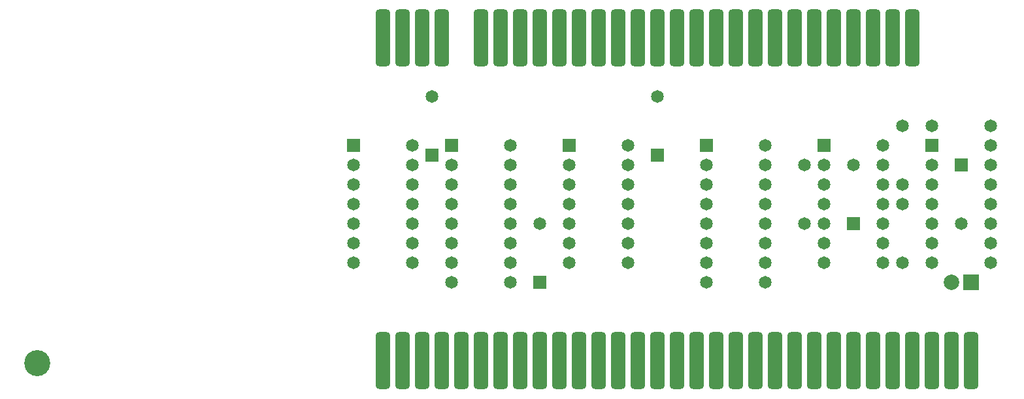
<source format=gts>
G04*
G04  File:            NEMOBUSTODIVIDE-V1.3.GTS, Tue Sep 23 19:02:12 2025*
G04  Source:          P-CAD 2006 PCB, Version 19.02.958, (D:\PCAD-2006\Projects\Pentagon-4096\Hardware\NemoBusToDivIDE-v1.3.PCB)*
G04  Format:          Gerber Format (RS-274-D), ASCII*
G04*
G04  Format Options:  Absolute Positioning*
G04                   Leading-Zero Suppression*
G04                   Scale Factor 1:1*
G04                   NO Circular Interpolation*
G04                   Inch Units*
G04                   Numeric Format: 4.4 (XXXX.XXXX)*
G04                   G54 NOT Used for Aperture Change*
G04                   Apertures Embedded*
G04*
G04  File Options:    Offset = (0.0mil,0.0mil)*
G04                   Drill Symbol Size = 80.0mil*
G04                   No Pad/Via Holes*
G04*
G04  File Contents:   Pads*
G04                   No Vias*
G04                   No Designators*
G04                   No Types*
G04                   No Values*
G04                   No Drill Symbols*
G04                   Top Mask*
G04*
%INNEMOBUSTODIVIDE-V1.3.GTS*%
%ICAS*%
%MOIN*%
G04*
G04  Aperture MACROs for general use --- invoked via D-code assignment *
G04*
G04  General MACRO for flashed round with rotation and/or offset hole *
%AMROTOFFROUND*
1,1,$1,0.0000,0.0000*
1,0,$2,$3,$4*%
G04*
G04  General MACRO for flashed oval (obround) with rotation and/or offset hole *
%AMROTOFFOVAL*
21,1,$1,$2,0.0000,0.0000,$3*
1,1,$4,$5,$6*
1,1,$4,0-$5,0-$6*
1,0,$7,$8,$9*%
G04*
G04  General MACRO for flashed oval (obround) with rotation and no hole *
%AMROTOVALNOHOLE*
21,1,$1,$2,0.0000,0.0000,$3*
1,1,$4,$5,$6*
1,1,$4,0-$5,0-$6*%
G04*
G04  General MACRO for flashed rectangle with rotation and/or offset hole *
%AMROTOFFRECT*
21,1,$1,$2,0.0000,0.0000,$3*
1,0,$4,$5,$6*%
G04*
G04  General MACRO for flashed rectangle with rotation and no hole *
%AMROTRECTNOHOLE*
21,1,$1,$2,0.0000,0.0000,$3*%
G04*
G04  General MACRO for flashed rounded-rectangle *
%AMROUNDRECT*
21,1,$1,$2-$4,0.0000,0.0000,$3*
21,1,$1-$4,$2,0.0000,0.0000,$3*
1,1,$4,$5,$6*
1,1,$4,$7,$8*
1,1,$4,0-$5,0-$6*
1,1,$4,0-$7,0-$8*
1,0,$9,$10,$11*%
G04*
G04  General MACRO for flashed rounded-rectangle with rotation and no hole *
%AMROUNDRECTNOHOLE*
21,1,$1,$2-$4,0.0000,0.0000,$3*
21,1,$1-$4,$2,0.0000,0.0000,$3*
1,1,$4,$5,$6*
1,1,$4,$7,$8*
1,1,$4,0-$5,0-$6*
1,1,$4,0-$7,0-$8*%
G04*
G04  General MACRO for flashed regular polygon *
%AMREGPOLY*
5,1,$1,0.0000,0.0000,$2,$3+$4*
1,0,$5,$6,$7*%
G04*
G04  General MACRO for flashed regular polygon with no hole *
%AMREGPOLYNOHOLE*
5,1,$1,0.0000,0.0000,$2,$3+$4*%
G04*
G04  General MACRO for target *
%AMTARGET*
6,0,0,$1,$2,$3,4,$4,$5,$6*%
G04*
G04  General MACRO for mounting hole *
%AMMTHOLE*
1,1,$1,0,0*
1,0,$2,0,0*
$1=$1-$2*
$1=$1/2*
21,1,$2+$1,$3,0,0,$4*
21,1,$3,$2+$1,0,0,$4*%
G04*
G04*
G04  D10 : "Ellipse X10.0mil Y10.0mil H0.0mil 0.0deg (0.0mil,0.0mil) Draw"*
G04  Disc: OuterDia=0.0100*
%ADD10C, 0.0100*%
G04  D11 : "Ellipse X30.7mil Y30.7mil H0.0mil 0.0deg (0.0mil,0.0mil) Draw"*
G04  Disc: OuterDia=0.0307*
%ADD11C, 0.0307*%
G04  D12 : "Ellipse X40.0mil Y40.0mil H0.0mil 0.0deg (0.0mil,0.0mil) Draw"*
G04  Disc: OuterDia=0.0400*
%ADD12C, 0.0400*%
G04  D13 : "Ellipse X5.0mil Y5.0mil H0.0mil 0.0deg (0.0mil,0.0mil) Draw"*
G04  Disc: OuterDia=0.0050*
%ADD13C, 0.0050*%
G04  D14 : "Ellipse X6.0mil Y6.0mil H0.0mil 0.0deg (0.0mil,0.0mil) Draw"*
G04  Disc: OuterDia=0.0060*
%ADD14C, 0.0060*%
G04  D15 : "Ellipse X7.0mil Y7.0mil H0.0mil 0.0deg (0.0mil,0.0mil) Draw"*
G04  Disc: OuterDia=0.0070*
%ADD15C, 0.0070*%
G04  D16 : "Ellipse X9.8mil Y9.8mil H0.0mil 0.0deg (0.0mil,0.0mil) Draw"*
G04  Disc: OuterDia=0.0098*
%ADD16C, 0.0098*%
G04  D17 : "Ellipse X133.0mil Y133.0mil H0.0mil 0.0deg (0.0mil,0.0mil) Flash"*
G04  Disc: OuterDia=0.1330*
%ADD17C, 0.1330*%
G04  D18 : "Ellipse X50.0mil Y50.0mil H0.0mil 0.0deg (0.0mil,0.0mil) Flash"*
G04  Disc: OuterDia=0.0500*
%ADD18C, 0.0500*%
G04  D19 : "Ellipse X64.0mil Y64.0mil H0.0mil 0.0deg (0.0mil,0.0mil) Flash"*
G04  Disc: OuterDia=0.0640*
%ADD19C, 0.0640*%
G04  D20 : "Ellipse X65.0mil Y65.0mil H0.0mil 0.0deg (0.0mil,0.0mil) Flash"*
G04  Disc: OuterDia=0.0650*
%ADD20C, 0.0650*%
G04  D21 : "Ellipse X79.0mil Y79.0mil H0.0mil 0.0deg (0.0mil,0.0mil) Flash"*
G04  Disc: OuterDia=0.0790*
%ADD21C, 0.0790*%
G04  D22 : "Mounting Hole X118.0mil Y118.0mil H0.0mil 0.0deg (0.0mil,0.0mil) Flash"*
G04  Mounting Hole: Diameter=0.1180, Rotation=0.0, LineWidth=0.0050 *
%ADD22MTHOLE, 0.1180 X0.0980 X0.0050 X0.0*%
G04  D23 : "Rounded Rectangle X61.5mil Y275.6mil H0.0mil 0.0deg (0.0mil,0.0mil) Flash"*
G04  RoundRct: DimX=0.0615, DimY=0.2756, CornerRad=0.0154, Rotation=0.0, OffsetX=0.0000, OffsetY=0.0000, HoleDia=0.0000 *
%ADD23ROUNDRECTNOHOLE, 0.0615 X0.2756 X0.0 X0.0308 X-0.0154 X-0.1224 X-0.0154 X0.1224*%
G04  D24 : "Rounded Rectangle X76.5mil Y290.6mil H0.0mil 0.0deg (0.0mil,0.0mil) Flash"*
G04  RoundRct: DimX=0.0765, DimY=0.2906, CornerRad=0.0191, Rotation=0.0, OffsetX=0.0000, OffsetY=0.0000, HoleDia=0.0000 *
%ADD24ROUNDRECTNOHOLE, 0.0765 X0.2906 X0.0 X0.0382 X-0.0191 X-0.1262 X-0.0191 X0.1262*%
G04  D25 : "Rectangle X50.0mil Y50.0mil H0.0mil 0.0deg (0.0mil,0.0mil) Flash"*
G04  Square: Side=0.0500, Rotation=0.0, OffsetX=0.0000, OffsetY=0.0000, HoleDia=0.0000*
%ADD25R, 0.0500 X0.0500*%
G04  D26 : "Rectangle X64.0mil Y64.0mil H0.0mil 0.0deg (0.0mil,0.0mil) Flash"*
G04  Square: Side=0.0640, Rotation=0.0, OffsetX=0.0000, OffsetY=0.0000, HoleDia=0.0000*
%ADD26R, 0.0640 X0.0640*%
G04  D27 : "Rectangle X65.0mil Y65.0mil H0.0mil 0.0deg (0.0mil,0.0mil) Flash"*
G04  Square: Side=0.0650, Rotation=0.0, OffsetX=0.0000, OffsetY=0.0000, HoleDia=0.0000*
%ADD27R, 0.0650 X0.0650*%
G04  D28 : "Rectangle X79.0mil Y79.0mil H0.0mil 0.0deg (0.0mil,0.0mil) Flash"*
G04  Square: Side=0.0790, Rotation=0.0, OffsetX=0.0000, OffsetY=0.0000, HoleDia=0.0000*
%ADD28R, 0.0790 X0.0790*%
G04  D29 : "Ellipse X30.0mil Y30.0mil H0.0mil 0.0deg (0.0mil,0.0mil) Flash"*
G04  Disc: OuterDia=0.0300*
%ADD29C, 0.0300*%
G04  D30 : "Ellipse X45.0mil Y45.0mil H0.0mil 0.0deg (0.0mil,0.0mil) Flash"*
G04  Disc: OuterDia=0.0450*
%ADD30C, 0.0450*%
G04*
%FSLAX44Y44*%
%SFA1B1*%
%OFA0.0000B0.0000*%
G04*
G70*
G90*
G01*
D2*
%LNTop Mask*%
D17*
X34375Y38375D3*
D20*
X73500Y45500D3*
Y48500D3*
X78500Y43500D3*
Y46500D3*
D27*
X76000Y45500D3*
D20*
Y48500D3*
X78500Y47500D3*
Y50500D3*
X58500Y42500D3*
X55500D3*
D27*
X60000D3*
D20*
Y45500D3*
D21*
X81000Y42500D3*
D28*
X82000D3*
D20*
X80000Y50500D3*
X83000D3*
X50500Y45500D3*
Y44500D3*
Y47500D3*
Y48500D3*
X53500Y44500D3*
Y45500D3*
Y48500D3*
Y47500D3*
X50500Y46500D3*
Y43500D3*
D27*
Y49500D3*
D20*
X53500Y43500D3*
Y46500D3*
Y49500D3*
X55500Y45500D3*
Y44500D3*
Y47500D3*
Y48500D3*
X58500Y44500D3*
Y45500D3*
Y48500D3*
Y47500D3*
X55500Y46500D3*
Y43500D3*
D27*
Y49500D3*
D20*
X58500Y43500D3*
Y46500D3*
Y49500D3*
D27*
X54500Y49000D3*
D20*
Y52000D3*
X68500Y42500D3*
Y45500D3*
Y44500D3*
Y47500D3*
Y48500D3*
X71500Y42500D3*
Y44500D3*
Y45500D3*
Y48500D3*
Y47500D3*
X68500Y46500D3*
Y43500D3*
D27*
Y49500D3*
D20*
X71500Y43500D3*
Y46500D3*
Y49500D3*
D27*
X66000Y49000D3*
D20*
Y52000D3*
D27*
X81500Y48500D3*
D20*
Y45500D3*
X74500D3*
Y44500D3*
Y47500D3*
Y48500D3*
X77500Y44500D3*
Y45500D3*
Y48500D3*
Y47500D3*
X74500Y46500D3*
Y43500D3*
D27*
Y49500D3*
D20*
X77500Y43500D3*
Y46500D3*
Y49500D3*
X80000Y45500D3*
Y44500D3*
Y47500D3*
Y48500D3*
X83000Y44500D3*
Y45500D3*
Y48500D3*
Y47500D3*
X80000Y46500D3*
Y43500D3*
D27*
Y49500D3*
D20*
X83000Y43500D3*
Y46500D3*
Y49500D3*
X61500Y45500D3*
Y44500D3*
Y47500D3*
Y48500D3*
X64500Y44500D3*
Y45500D3*
Y48500D3*
Y47500D3*
X61500Y46500D3*
Y43500D3*
D27*
Y49500D3*
D20*
X64500Y43500D3*
Y46500D3*
Y49500D3*
D24*
X78000Y55000D3*
X79000D3*
X75000D3*
X76000D3*
X77000D3*
X72000D3*
X73000D3*
X74000D3*
X69000D3*
X70000D3*
X71000D3*
X66000D3*
X67000D3*
X68000D3*
X63000D3*
X64000D3*
X65000D3*
X60000D3*
X61000D3*
X62000D3*
X57000D3*
X58000D3*
X59000D3*
X54000D3*
X55000D3*
X52000D3*
X53000D3*
X52000Y38500D3*
X54000D3*
X55000D3*
X57000D3*
X58000D3*
X60000D3*
X61000D3*
X63000D3*
X64000D3*
X66000D3*
X67000D3*
X69000D3*
X70000D3*
X72000D3*
X73000D3*
X75000D3*
X76000D3*
X78000D3*
X79000D3*
X81000D3*
X82000D3*
X53000D3*
X56000D3*
X59000D3*
X62000D3*
X65000D3*
X68000D3*
X71000D3*
X74000D3*
X77000D3*
X80000D3*
D02M02*

</source>
